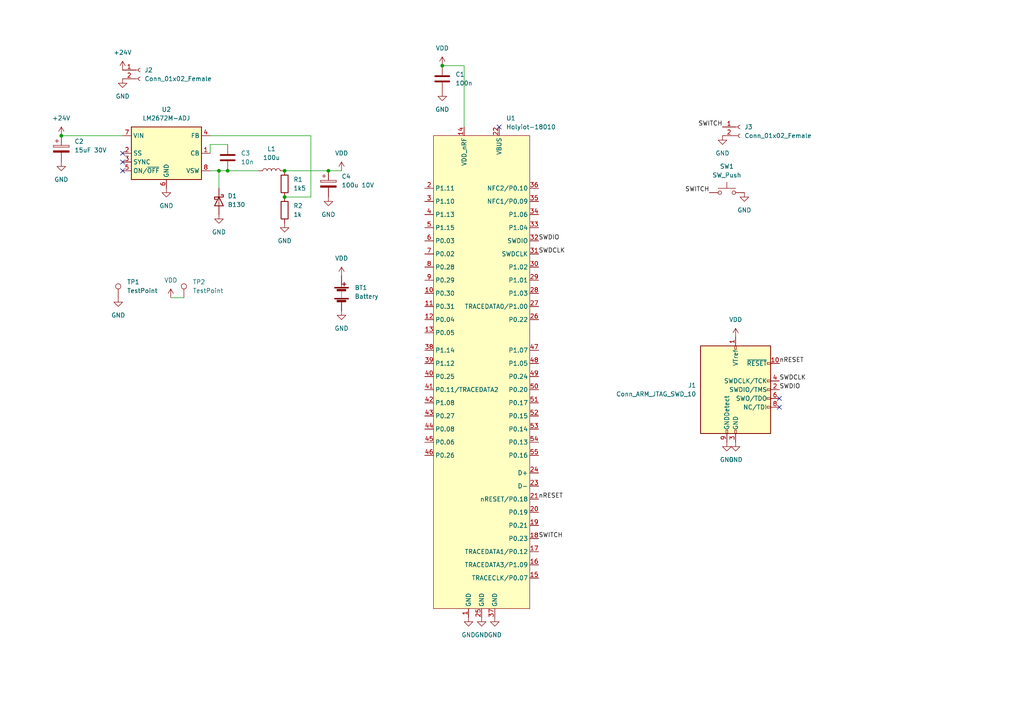
<source format=kicad_sch>
(kicad_sch (version 20211123) (generator eeschema)
  (paper "A4")
  (lib_symbols
    (symbol "Connector:Conn_01x02_Female" (pin_names (offset 1.016) hide)
      (property "Reference" "J" (at 0 2.54 0))
      (property "Value" "Conn_01x02_Female" (at 0 -5.08 0))
      (symbol "Conn_01x02_Female_1_1"
        (arc (start 0 -2.032) (mid -0.508 -2.54) (end 0 -3.048) (stroke (width 0.1524)))
        (polyline (pts (xy -1.27 -2.54) (xy -0.508 -2.54)) (stroke (width 0.1524)))
        (polyline (pts (xy -1.27 0) (xy -0.508 0)) (stroke (width 0.1524)))
        (arc (start 0 0.508) (mid -0.508 0) (end 0 -0.508) (stroke (width 0.1524)))
        (pin passive line (at -5.08 0 0) (length 3.81) (name "Pin_1") (number "1"))
        (pin passive line (at -5.08 -2.54 0) (length 3.81) (name "Pin_2") (number "2"))
      )
    )
    (symbol "Connector:Conn_ARM_JTAG_SWD_10" (pin_names (offset 1.016))
      (property "Reference" "J" (at -2.54 16.51 0))
      (property "Value" "Conn_ARM_JTAG_SWD_10" (at -2.54 13.97 0))
      (symbol "Conn_ARM_JTAG_SWD_10_0_1"
        (rectangle (start -10.16 12.7) (end 10.16 -12.7) (stroke (width 0.254)) (fill (type background)))
        (rectangle (start -2.794 -12.7) (end -2.286 -11.684))
        (rectangle (start -0.254 -12.7) (end 0.254 -11.684))
        (rectangle (start -0.254 12.7) (end 0.254 11.684))
        (rectangle (start 9.144 2.286) (end 10.16 2.794))
        (rectangle (start 10.16 -2.794) (end 9.144 -2.286))
        (rectangle (start 10.16 -0.254) (end 9.144 0.254))
        (rectangle (start 10.16 7.874) (end 9.144 7.366))
      )
      (symbol "Conn_ARM_JTAG_SWD_10_1_1"
        (rectangle (start 9.144 -5.334) (end 10.16 -4.826))
        (pin power_in line (at 0 15.24 270) (length 2.54) (name "VTref") (number "1"))
        (pin open_collector line (at 12.7 7.62 180) (length 2.54) (name "~{RESET}") (number "10"))
        (pin bidirectional line (at 12.7 0 180) (length 2.54) (name "SWDIO/TMS") (number "2"))
        (pin power_in line (at 0 -15.24 90) (length 2.54) (name "GND") (number "3"))
        (pin output line (at 12.7 2.54 180) (length 2.54) (name "SWDCLK/TCK") (number "4"))
        (pin passive line (at 0 -15.24 90) (length 2.54) hide (name "GND") (number "5"))
        (pin input line (at 12.7 -2.54 180) (length 2.54) (name "SWO/TDO") (number "6"))
        (pin no_connect line (at -10.16 0 0) (length 2.54) hide (name "KEY") (number "7"))
        (pin output line (at 12.7 -5.08 180) (length 2.54) (name "NC/TDI") (number "8"))
        (pin passive line (at -2.54 -15.24 90) (length 2.54) (name "GNDDetect") (number "9"))
      )
    )
    (symbol "Connector:TestPoint" (pin_numbers hide) (pin_names (offset 0.762) hide)
      (property "Reference" "TP" (at 0 6.858 0))
      (property "Value" "TestPoint" (at 0 5.08 0))
      (symbol "TestPoint_0_1"
        (circle (center 0 3.302) (radius 0.762))
      )
      (symbol "TestPoint_1_1"
        (pin passive line (at 0 0 90) (length 2.54) (name "1") (number "1"))
      )
    )
    (symbol "Device:Battery" (pin_numbers hide) (pin_names (offset 0) hide)
      (property "Reference" "BT" (at 2.54 2.54 0))
      (property "Value" "Battery" (at 2.54 0 0))
      (symbol "Battery_0_1"
        (rectangle (start -2.032 -1.397) (end 2.032 -1.651) (fill (type outline)))
        (rectangle (start -2.032 1.778) (end 2.032 1.524) (fill (type outline)))
        (rectangle (start -1.3208 -1.9812) (end 1.27 -2.4892) (fill (type outline)))
        (rectangle (start -1.3208 1.1938) (end 1.27 0.6858) (fill (type outline)))
        (polyline (pts (xy 0 -1.524) (xy 0 -1.27)))
        (polyline (pts (xy 0 -1.016) (xy 0 -0.762)))
        (polyline (pts (xy 0 -0.508) (xy 0 -0.254)))
        (polyline (pts (xy 0 0) (xy 0 0.254)))
        (polyline (pts (xy 0 0.508) (xy 0 0.762)))
        (polyline (pts (xy 0 1.778) (xy 0 2.54)))
        (polyline (pts (xy 0.254 2.667) (xy 1.27 2.667)) (stroke (width 0.254)))
        (polyline (pts (xy 0.762 3.175) (xy 0.762 2.159)) (stroke (width 0.254)))
      )
      (symbol "Battery_1_1"
        (pin passive line (at 0 5.08 270) (length 2.54) (name "+") (number "1"))
        (pin passive line (at 0 -5.08 90) (length 2.54) (name "-") (number "2"))
      )
    )
    (symbol "Device:C" (pin_numbers hide) (pin_names (offset 0.254))
      (property "Reference" "C" (at 0.635 2.54 0))
      (property "Value" "C" (at 0.635 -2.54 0))
      (symbol "C_0_1"
        (polyline (pts (xy -2.032 -0.762) (xy 2.032 -0.762)) (stroke (width 0.508)))
        (polyline (pts (xy -2.032 0.762) (xy 2.032 0.762)) (stroke (width 0.508)))
      )
      (symbol "C_1_1"
        (pin passive line (at 0 3.81 270) (length 2.794) (name "~") (number "1"))
        (pin passive line (at 0 -3.81 90) (length 2.794) (name "~") (number "2"))
      )
    )
    (symbol "Device:C_Polarized" (pin_numbers hide) (pin_names (offset 0.254))
      (property "Reference" "C" (at 0.635 2.54 0))
      (property "Value" "C_Polarized" (at 0.635 -2.54 0))
      (symbol "C_Polarized_0_1"
        (rectangle (start -2.286 0.508) (end 2.286 1.016))
        (polyline (pts (xy -1.778 2.286) (xy -0.762 2.286)))
        (polyline (pts (xy -1.27 2.794) (xy -1.27 1.778)))
        (rectangle (start 2.286 -0.508) (end -2.286 -1.016) (fill (type outline)))
      )
      (symbol "C_Polarized_1_1"
        (pin passive line (at 0 3.81 270) (length 2.794) (name "~") (number "1"))
        (pin passive line (at 0 -3.81 90) (length 2.794) (name "~") (number "2"))
      )
    )
    (symbol "Device:D_Schottky" (pin_numbers hide) (pin_names (offset 1.016) hide)
      (property "Reference" "D" (at 0 2.54 0))
      (property "Value" "D_Schottky" (at 0 -2.54 0))
      (symbol "D_Schottky_0_1"
        (polyline (pts (xy 1.27 0) (xy -1.27 0)))
        (polyline (pts (xy 1.27 1.27) (xy 1.27 -1.27) (xy -1.27 0) (xy 1.27 1.27)) (stroke (width 0.254)))
        (polyline (pts (xy -1.905 0.635) (xy -1.905 1.27) (xy -1.27 1.27) (xy -1.27 -1.27) (xy -0.635 -1.27) (xy -0.635 -0.635)) (stroke (width 0.254)))
      )
      (symbol "D_Schottky_1_1"
        (pin passive line (at -3.81 0 0) (length 2.54) (name "K") (number "1"))
        (pin passive line (at 3.81 0 180) (length 2.54) (name "A") (number "2"))
      )
    )
    (symbol "Device:L" (pin_numbers hide) (pin_names (offset 1.016) hide)
      (property "Reference" "L" (at -1.27 0 90))
      (property "Value" "L" (at 1.905 0 90))
      (symbol "L_0_1"
        (arc (start 0 -2.54) (mid 0.635 -1.905) (end 0 -1.27))
        (arc (start 0 -1.27) (mid 0.635 -0.635) (end 0 0))
        (arc (start 0 0) (mid 0.635 0.635) (end 0 1.27))
        (arc (start 0 1.27) (mid 0.635 1.905) (end 0 2.54))
      )
      (symbol "L_1_1"
        (pin passive line (at 0 3.81 270) (length 1.27) (name "1") (number "1"))
        (pin passive line (at 0 -3.81 90) (length 1.27) (name "2") (number "2"))
      )
    )
    (symbol "Device:R" (pin_numbers hide) (pin_names (offset 0))
      (property "Reference" "R" (at 2.032 0 90))
      (property "Value" "R" (at 0 0 90))
      (symbol "R_0_1"
        (rectangle (start -1.016 -2.54) (end 1.016 2.54) (stroke (width 0.254)))
      )
      (symbol "R_1_1"
        (pin passive line (at 0 3.81 270) (length 1.27) (name "~") (number "1"))
        (pin passive line (at 0 -3.81 90) (length 1.27) (name "~") (number "2"))
      )
    )
    (symbol "Regulator_Switching:LM2672M-ADJ"
      (property "Reference" "U" (at -10.16 8.89 0))
      (property "Value" "LM2672M-ADJ" (at 0 8.89 0))
      (symbol "LM2672M-ADJ_0_1"
        (rectangle (start -10.16 7.62) (end 10.16 -7.62) (stroke (width 0.254)) (fill (type background)))
      )
      (symbol "LM2672M-ADJ_1_1"
        (pin input line (at 12.7 0 180) (length 2.54) (name "CB") (number "1"))
        (pin input line (at -12.7 0 0) (length 2.54) (name "SS") (number "2"))
        (pin input line (at -12.7 -2.54 0) (length 2.54) (name "SYNC") (number "3"))
        (pin input line (at 12.7 5.08 180) (length 2.54) (name "FB") (number "4"))
        (pin input line (at -12.7 -5.08 0) (length 2.54) (name "ON/~{OFF}") (number "5"))
        (pin power_in line (at 0 -10.16 90) (length 2.54) (name "GND") (number "6"))
        (pin power_in line (at -12.7 5.08 0) (length 2.54) (name "VIN") (number "7"))
        (pin output line (at 12.7 -5.08 180) (length 2.54) (name "VSW") (number "8"))
      )
    )
    (symbol "Switch:SW_Push" (pin_numbers hide) (pin_names (offset 1.016) hide)
      (property "Reference" "SW" (at 1.27 2.54 0))
      (property "Value" "SW_Push" (at 0 -1.524 0))
      (symbol "SW_Push_0_1"
        (circle (center -2.032 0) (radius 0.508))
        (polyline (pts (xy 0 1.27) (xy 0 3.048)))
        (polyline (pts (xy 2.54 1.27) (xy -2.54 1.27)))
        (circle (center 2.032 0) (radius 0.508))
        (pin passive line (at -5.08 0 0) (length 2.54) (name "1") (number "1"))
        (pin passive line (at 5.08 0 180) (length 2.54) (name "2") (number "2"))
      )
    )
    (symbol "holyiot:Holyiot-18010"
      (property "Reference" "U" (at 10.16 0 0))
      (property "Value" "Holyiot-18010" (at -1.27 0 0))
      (symbol "Holyiot-18010_0_1"
        (rectangle (start -13.97 11.43) (end 13.97 -125.73) (fill (type background)))
      )
      (symbol "Holyiot-18010_1_1"
        (pin power_in line (at -3.81 -128.27 90) (length 2.54) (name "GND") (number "1"))
        (pin bidirectional line (at -16.51 -34.29 0) (length 2.54) (name "P0.30") (number "10"))
        (pin bidirectional line (at -16.51 -38.1 0) (length 2.54) (name "P0.31") (number "11"))
        (pin bidirectional line (at -16.51 -41.91 0) (length 2.54) (name "P0.04") (number "12"))
        (pin bidirectional line (at -16.51 -45.72 0) (length 2.54) (name "P0.05") (number "13"))
        (pin power_in line (at -5.08 13.97 270) (length 2.54) (name "VDD_nRF") (number "14"))
        (pin bidirectional line (at 16.51 -116.84 180) (length 2.54) (name "TRACECLK/P0.07") (number "15"))
        (pin bidirectional line (at 16.51 -113.03 180) (length 2.54) (name "TRACEDATA3/P1.09") (number "16"))
        (pin bidirectional line (at 16.51 -109.22 180) (length 2.54) (name "TRACEDATA1/P0.12") (number "17"))
        (pin bidirectional line (at 16.51 -105.41 180) (length 2.54) (name "P0.23") (number "18"))
        (pin bidirectional line (at 16.51 -101.6 180) (length 2.54) (name "P0.21") (number "19"))
        (pin bidirectional line (at -16.51 -3.81 0) (length 2.54) (name "P1.11") (number "2"))
        (pin bidirectional line (at 16.51 -97.79 180) (length 2.54) (name "P0.19") (number "20"))
        (pin bidirectional line (at 16.51 -93.98 180) (length 2.54) (name "nRESET/P0.18") (number "21"))
        (pin power_in line (at 5.08 13.97 270) (length 2.54) (name "VBUS") (number "22"))
        (pin bidirectional line (at 16.51 -90.17 180) (length 2.54) (name "D-") (number "23"))
        (pin bidirectional line (at 16.51 -86.36 180) (length 2.54) (name "D+") (number "24"))
        (pin power_in line (at 0 -128.27 90) (length 2.54) (name "GND") (number "25"))
        (pin bidirectional line (at 16.51 -41.91 180) (length 2.54) (name "P0.22") (number "26"))
        (pin bidirectional line (at 16.51 -38.1 180) (length 2.54) (name "TRACEDATA0/P1.00") (number "27"))
        (pin bidirectional line (at 16.51 -34.29 180) (length 2.54) (name "P1.03") (number "28"))
        (pin bidirectional line (at 16.51 -30.48 180) (length 2.54) (name "P1.01") (number "29"))
        (pin bidirectional line (at -16.51 -7.62 0) (length 2.54) (name "P1.10") (number "3"))
        (pin bidirectional line (at 16.51 -26.67 180) (length 2.54) (name "P1.02") (number "30"))
        (pin bidirectional line (at 16.51 -22.86 180) (length 2.54) (name "SWDCLK") (number "31"))
        (pin bidirectional line (at 16.51 -19.05 180) (length 2.54) (name "SWDIO") (number "32"))
        (pin bidirectional line (at 16.51 -15.24 180) (length 2.54) (name "P1.04") (number "33"))
        (pin bidirectional line (at 16.51 -11.43 180) (length 2.54) (name "P1.06") (number "34"))
        (pin bidirectional line (at 16.51 -7.62 180) (length 2.54) (name "NFC1/P0.09") (number "35"))
        (pin bidirectional line (at 16.51 -3.81 180) (length 2.54) (name "NFC2/P0.10") (number "36"))
        (pin power_in line (at 3.81 -128.27 90) (length 2.54) (name "GND") (number "37"))
        (pin bidirectional line (at -16.51 -50.8 0) (length 2.54) (name "P1.14") (number "38"))
        (pin bidirectional line (at -16.51 -54.61 0) (length 2.54) (name "P1.12") (number "39"))
        (pin bidirectional line (at -16.51 -11.43 0) (length 2.54) (name "P1.13") (number "4"))
        (pin bidirectional line (at -16.51 -58.42 0) (length 2.54) (name "P0.25") (number "40"))
        (pin bidirectional line (at -16.51 -62.23 0) (length 2.54) (name "P0.11/TRACEDATA2") (number "41"))
        (pin bidirectional line (at -16.51 -66.04 0) (length 2.54) (name "P1.08") (number "42"))
        (pin bidirectional line (at -16.51 -69.85 0) (length 2.54) (name "P0.27") (number "43"))
        (pin bidirectional line (at -16.51 -73.66 0) (length 2.54) (name "P0.08") (number "44"))
        (pin bidirectional line (at -16.51 -77.47 0) (length 2.54) (name "P0.06") (number "45"))
        (pin bidirectional line (at -16.51 -81.28 0) (length 2.54) (name "P0.26") (number "46"))
        (pin bidirectional line (at 16.51 -50.8 180) (length 2.54) (name "P1.07") (number "47"))
        (pin bidirectional line (at 16.51 -54.61 180) (length 2.54) (name "P1.05") (number "48"))
        (pin bidirectional line (at 16.51 -58.42 180) (length 2.54) (name "P0.24") (number "49"))
        (pin bidirectional line (at -16.51 -15.24 0) (length 2.54) (name "P1.15") (number "5"))
        (pin bidirectional line (at 16.51 -62.23 180) (length 2.54) (name "P0.20") (number "50"))
        (pin bidirectional line (at 16.51 -66.04 180) (length 2.54) (name "P0.17") (number "51"))
        (pin bidirectional line (at 16.51 -69.85 180) (length 2.54) (name "P0.15") (number "52"))
        (pin bidirectional line (at 16.51 -73.66 180) (length 2.54) (name "P0.14") (number "53"))
        (pin bidirectional line (at 16.51 -77.47 180) (length 2.54) (name "P0.13") (number "54"))
        (pin bidirectional line (at 16.51 -81.28 180) (length 2.54) (name "P0.16") (number "55"))
        (pin bidirectional line (at -16.51 -19.05 0) (length 2.54) (name "P0.03") (number "6"))
        (pin bidirectional line (at -16.51 -22.86 0) (length 2.54) (name "P0.02") (number "7"))
        (pin bidirectional line (at -16.51 -26.67 0) (length 2.54) (name "P0.28") (number "8"))
        (pin bidirectional line (at -16.51 -30.48 0) (length 2.54) (name "P0.29") (number "9"))
      )
    )
    (symbol "power:+24V" (power) (pin_names (offset 0))
      (property "Value" "+24V" (at 0 3.556 0))
      (symbol "+24V_0_1"
        (polyline (pts (xy -0.762 1.27) (xy 0 2.54)))
        (polyline (pts (xy 0 0) (xy 0 2.54)))
        (polyline (pts (xy 0 2.54) (xy 0.762 1.27)))
      )
      (symbol "+24V_1_1"
        (pin power_in line (at 0 0 90) (length 0) hide (name "+24V") (number "1"))
      )
    )
    (symbol "power:GND" (power) (pin_names (offset 0))
      (property "Value" "GND" (at 0 -3.81 0))
      (symbol "GND_0_1"
        (polyline (pts (xy 0 0) (xy 0 -1.27) (xy 1.27 -1.27) (xy 0 -2.54) (xy -1.27 -1.27) (xy 0 -1.27)))
      )
      (symbol "GND_1_1"
        (pin power_in line (at 0 0 270) (length 0) hide (name "GND") (number "1"))
      )
    )
    (symbol "power:VDD" (power) (pin_names (offset 0))
      (property "Value" "VDD" (at 0 3.81 0))
      (symbol "VDD_0_1"
        (polyline (pts (xy -0.762 1.27) (xy 0 2.54)))
        (polyline (pts (xy 0 0) (xy 0 2.54)))
        (polyline (pts (xy 0 2.54) (xy 0.762 1.27)))
      )
      (symbol "VDD_1_1"
        (pin power_in line (at 0 0 90) (length 0) hide (name "VDD") (number "1"))
      )
    )
  )
  (junction (at 95.25 49.53))
  (junction (at 128.27 19.05))
  (junction (at 66.04 49.53))
  (junction (at 82.55 57.15))
  (junction (at 17.78 39.37))
  (junction (at 82.55 49.53))
  (junction (at 63.5 49.53))
  (no_connect (at 144.78 36.83))
  (no_connect (at 35.56 49.53))
  (no_connect (at 35.56 46.99))
  (no_connect (at 35.56 44.45))
  (no_connect (at 226.06 118.11))
  (no_connect (at 226.06 115.57))
  (wire (pts (xy 95.25 49.53) (xy 99.06 49.53)))
  (wire (pts (xy 134.62 19.05) (xy 134.62 36.83)))
  (wire (pts (xy 66.04 49.53) (xy 74.93 49.53)))
  (wire (pts (xy 63.5 49.53) (xy 63.5 54.61)))
  (wire (pts (xy 90.17 39.37) (xy 90.17 57.15)))
  (wire (pts (xy 49.53 86.36) (xy 53.34 86.36)))
  (wire (pts (xy 66.04 41.91) (xy 60.96 41.91)))
  (wire (pts (xy 90.17 57.15) (xy 82.55 57.15)))
  (wire (pts (xy 60.96 49.53) (xy 63.5 49.53)))
  (wire (pts (xy 60.96 41.91) (xy 60.96 44.45)))
  (wire (pts (xy 60.96 39.37) (xy 90.17 39.37)))
  (wire (pts (xy 82.55 49.53) (xy 95.25 49.53)))
  (wire (pts (xy 63.5 49.53) (xy 66.04 49.53)))
  (wire (pts (xy 134.62 19.05) (xy 128.27 19.05)))
  (wire (pts (xy 17.78 39.37) (xy 35.56 39.37)))
  (label "SWDCLK" (at 156.21 73.66 0))
  (label "SWITCH" (at 205.74 55.88 180))
  (label "nRESET" (at 156.21 144.78 0))
  (label "nRESET" (at 226.06 105.41 0))
  (label "SWITCH" (at 156.21 156.21 0))
  (label "SWDIO" (at 226.06 113.03 0))
  (label "SWDCLK" (at 226.06 110.49 0))
  (label "SWITCH" (at 209.55 36.83 180))
  (label "SWDIO" (at 156.21 69.85 0))
  (symbol (lib_id "Device:R") (at 82.55 53.34 0) (unit 1)
    (property "Reference" "R1" (at 85.09 52.0699 0) (effects (justify left)))
    (property "Value" "1k5" (at 85.09 54.6099 0) (effects (justify left)))
    (property "Footprint" "Resistor_SMD:R_0603_1608Metric_Pad0.98x0.95mm_HandSolder" (effects hide))
  )
  (symbol (lib_id "Device:L") (at 78.74 49.53 90) (unit 1)
    (property "Reference" "L1" (at 78.74 43.18 90))
    (property "Value" "100u" (at 78.74 45.72 90))
    (property "Footprint" "Inductor_SMD:L_7.3x7.3_H3.5" (effects hide))
  )
  (symbol (lib_id "power:GND") (at 213.36 128.27 0) (unit 1)
    (property "Reference" "#PWR0105" (effects hide))
    (property "Value" "GND" (at 213.36 133.35 0))
  )
  (symbol (lib_id "Connector:TestPoint") (at 53.34 86.36 0) (unit 1)
    (property "Reference" "TP2" (at 55.88 81.7879 0) (effects (justify left)))
    (property "Value" "TestPoint" (at 55.88 84.3279 0) (effects (justify left)))
    (property "Footprint" "TestPoint:TestPoint_Pad_D1.0mm" (effects hide))
  )
  (symbol (lib_id "Connector:Conn_01x02_Female") (at 40.64 20.32 0) (unit 1)
    (property "Reference" "J2" (at 41.91 20.3199 0) (effects (justify left)))
    (property "Value" "Conn_01x02_Female" (at 41.91 22.8599 0) (effects (justify left)))
    (property "Footprint" "Connector_JST:JST_NV_B02P-NV_1x02_P5.00mm_Vertical" (effects hide))
  )
  (symbol (lib_id "power:GND") (at 210.82 128.27 0) (unit 1)
    (property "Reference" "#PWR0104" (effects hide))
    (property "Value" "GND" (at 210.82 133.35 0))
  )
  (symbol (lib_id "power:GND") (at 128.27 26.67 0) (unit 1)
    (property "Reference" "#PWR0109" (effects hide))
    (property "Value" "GND" (at 128.27 31.75 0))
  )
  (symbol (lib_id "power:VDD") (at 99.06 49.53 0) (unit 1)
    (property "Reference" "#PWR07" (effects hide))
    (property "Value" "VDD" (at 99.06 44.45 0))
  )
  (symbol (lib_id "power:VDD") (at 99.06 80.01 0) (unit 1)
    (property "Reference" "#PWR0111" (effects hide))
    (property "Value" "VDD" (at 99.06 74.93 0))
  )
  (symbol (lib_id "power:GND") (at 35.56 22.86 0) (unit 1)
    (property "Reference" "#PWR0114" (effects hide))
    (property "Value" "GND" (at 35.56 27.94 0))
  )
  (symbol (lib_id "power:GND") (at 48.26 54.61 0) (unit 1)
    (property "Reference" "#PWR03" (effects hide))
    (property "Value" "GND" (at 48.26 59.69 0))
  )
  (symbol (lib_id "power:GND") (at 63.5 62.23 0) (unit 1)
    (property "Reference" "#PWR04" (effects hide))
    (property "Value" "GND" (at 63.5 67.31 0))
  )
  (symbol (lib_id "Connector:TestPoint") (at 34.29 86.36 0) (unit 1)
    (property "Reference" "TP1" (at 36.83 81.7879 0) (effects (justify left)))
    (property "Value" "TestPoint" (at 36.83 84.3279 0) (effects (justify left)))
    (property "Footprint" "TestPoint:TestPoint_Pad_D1.0mm" (effects hide))
  )
  (symbol (lib_id "power:GND") (at 82.55 64.77 0) (unit 1)
    (property "Reference" "#PWR05" (effects hide))
    (property "Value" "GND" (at 82.55 69.85 0))
  )
  (symbol (lib_id "power:GND") (at 95.25 57.15 0) (unit 1)
    (property "Reference" "#PWR06" (effects hide))
    (property "Value" "GND" (at 95.25 62.23 0))
  )
  (symbol (lib_id "Device:Battery") (at 99.06 85.09 0) (unit 1)
    (property "Reference" "BT1" (at 102.87 83.4389 0) (effects (justify left)))
    (property "Value" "Battery" (at 102.87 85.9789 0) (effects (justify left)))
    (property "Footprint" "Connector_PinSocket_2.54mm:PinSocket_2x01_P2.54mm_Vertical_SMD" (effects hide))
  )
  (symbol (lib_id "power:+24V") (at 35.56 20.32 0) (unit 1)
    (property "Reference" "#PWR0113" (effects hide))
    (property "Value" "+24V" (at 35.56 15.24 0))
  )
  (symbol (lib_id "power:GND") (at 17.78 46.99 0) (unit 1)
    (property "Reference" "#PWR02" (effects hide))
    (property "Value" "GND" (at 17.78 52.07 0))
  )
  (symbol (lib_id "holyiot:Holyiot-18010") (at 139.7 50.8 0) (unit 1)
    (property "Reference" "U1" (at 146.7994 34.29 0) (effects (justify left)))
    (property "Value" "Holyiot-18010" (at 146.7994 36.83 0) (effects (justify left)))
    (property "Footprint" "holyiot:Holyiot-18010" (effects hide))
    (property "Datasheet" "http://www.holyiot.com/tp/2019042516322180424.pdf" (effects hide))
  )
  (symbol (lib_id "Device:C") (at 128.27 22.86 0) (unit 1)
    (property "Reference" "C1" (at 132.08 21.5899 0) (effects (justify left)))
    (property "Value" "100n" (at 132.08 24.1299 0) (effects (justify left)))
    (property "Footprint" "Capacitor_SMD:C_0603_1608Metric_Pad1.08x0.95mm_HandSolder" (effects hide))
  )
  (symbol (lib_id "power:GND") (at 135.89 179.07 0) (unit 1)
    (property "Reference" "#PWR0107" (effects hide))
    (property "Value" "GND" (at 135.89 184.15 0))
  )
  (symbol (lib_id "power:GND") (at 209.55 39.37 0) (unit 1)
    (property "Reference" "#PWR0112" (effects hide))
    (property "Value" "GND" (at 209.55 44.45 0))
  )
  (symbol (lib_id "power:VDD") (at 213.36 97.79 0) (unit 1)
    (property "Reference" "#PWR0103" (effects hide))
    (property "Value" "VDD" (at 213.36 92.71 0))
  )
  (symbol (lib_id "Device:D_Schottky") (at 63.5 58.42 270) (unit 1)
    (property "Reference" "D1" (at 66.04 56.8324 90) (effects (justify left)))
    (property "Value" "B130" (at 66.04 59.3724 90) (effects (justify left)))
    (property "Footprint" "Diode_SMD:D_SMA-SMB_Universal_Handsoldering" (effects hide))
  )
  (symbol (lib_id "power:GND") (at 143.51 179.07 0) (unit 1)
    (property "Reference" "#PWR0106" (effects hide))
    (property "Value" "GND" (at 143.51 184.15 0))
  )
  (symbol (lib_id "Device:R") (at 82.55 60.96 0) (unit 1)
    (property "Reference" "R2" (at 85.09 59.6899 0) (effects (justify left)))
    (property "Value" "1k" (at 85.09 62.2299 0) (effects (justify left)))
    (property "Footprint" "Resistor_SMD:R_0603_1608Metric_Pad0.98x0.95mm_HandSolder" (effects hide))
  )
  (symbol (lib_id "power:GND") (at 215.9 55.88 0) (unit 1)
    (property "Reference" "#PWR0102" (effects hide))
    (property "Value" "GND" (at 215.9 60.96 0))
  )
  (symbol (lib_id "Device:C") (at 66.04 45.72 0) (unit 1)
    (property "Reference" "C3" (at 69.85 44.4499 0) (effects (justify left)))
    (property "Value" "10n" (at 69.85 46.9899 0) (effects (justify left)))
    (property "Footprint" "Capacitor_SMD:C_0603_1608Metric_Pad1.08x0.95mm_HandSolder" (effects hide))
  )
  (symbol (lib_id "Connector:Conn_ARM_JTAG_SWD_10") (at 213.36 113.03 0) (unit 1)
    (property "Reference" "J1" (at 201.93 111.7599 0) (effects (justify right)))
    (property "Value" "Conn_ARM_JTAG_SWD_10" (at 201.93 114.2999 0) (effects (justify right)))
    (property "Footprint" "Connector_PinHeader_1.27mm:PinHeader_2x05_P1.27mm_Vertical_SMD" (effects hide))
    (property "Datasheet" "http://infocenter.arm.com/help/topic/com.arm.doc.ddi0314h/DDI0314H_coresight_components_trm.pdf" (effects hide))
  )
  (symbol (lib_id "power:VDD") (at 49.53 86.36 0) (unit 1)
    (property "Reference" "#PWR0116" (effects hide))
    (property "Value" "VDD" (at 49.53 81.28 0))
  )
  (symbol (lib_id "power:+24V") (at 17.78 39.37 0) (unit 1)
    (property "Reference" "#PWR01" (effects hide))
    (property "Value" "+24V" (at 17.78 34.29 0))
  )
  (symbol (lib_id "Device:C_Polarized") (at 95.25 53.34 0) (unit 1)
    (property "Reference" "C4" (at 99.06 51.1809 0) (effects (justify left)))
    (property "Value" "100u 10V" (at 99.06 53.7209 0) (effects (justify left)))
    (property "Footprint" "Capacitor_Tantalum_SMD:CP_EIA-6032-28_Kemet-C_Pad2.25x2.35mm_HandSolder" (effects hide))
  )
  (symbol (lib_id "Device:C_Polarized") (at 17.78 43.18 0) (unit 1)
    (property "Reference" "C2" (at 21.59 41.0209 0) (effects (justify left)))
    (property "Value" "15uF 30V" (at 21.59 43.5609 0) (effects (justify left)))
    (property "Footprint" "Capacitor_Tantalum_SMD:CP_EIA-7343-31_Kemet-D_Pad2.25x2.55mm_HandSolder" (effects hide))
  )
  (symbol (lib_id "power:GND") (at 34.29 86.36 0) (unit 1)
    (property "Reference" "#PWR0115" (effects hide))
    (property "Value" "GND" (at 34.29 91.44 0))
  )
  (symbol (lib_id "Connector:Conn_01x02_Female") (at 214.63 36.83 0) (unit 1)
    (property "Reference" "J3" (at 215.9 36.8299 0) (effects (justify left)))
    (property "Value" "Conn_01x02_Female" (at 215.9 39.3699 0) (effects (justify left)))
    (property "Footprint" "Connector_JST:JST_NV_B02P-NV_1x02_P5.00mm_Vertical" (effects hide))
  )
  (symbol (lib_id "Regulator_Switching:LM2672M-ADJ") (at 48.26 44.45 0) (unit 1)
    (property "Reference" "U2" (at 48.26 31.75 0))
    (property "Value" "LM2672M-ADJ" (at 48.26 34.29 0))
    (property "Footprint" "Package_SO:SOIC-8_3.9x4.9mm_P1.27mm" (effects hide))
    (property "Datasheet" "http://www.ti.com/lit/ds/symlink/lm2672.pdf" (effects hide))
  )
  (symbol (lib_id "power:VDD") (at 128.27 19.05 0) (unit 1)
    (property "Reference" "#PWR0101" (effects hide))
    (property "Value" "VDD" (at 128.27 13.97 0))
  )
  (symbol (lib_id "power:GND") (at 139.7 179.07 0) (unit 1)
    (property "Reference" "#PWR0108" (effects hide))
    (property "Value" "GND" (at 139.7 184.15 0))
  )
  (symbol (lib_id "power:GND") (at 99.06 90.17 0) (unit 1)
    (property "Reference" "#PWR0110" (effects hide))
    (property "Value" "GND" (at 99.06 95.25 0))
  )
  (symbol (lib_id "Switch:SW_Push") (at 210.82 55.88 0) (unit 1)
    (property "Reference" "SW1" (at 210.82 48.26 0))
    (property "Value" "SW_Push" (at 210.82 50.8 0))
    (property "Footprint" "Button_Switch_SMD:SW_Push_1P1T_NO_CK_PTS125Sx43PSMTR" (effects hide))
  )
)
</source>
